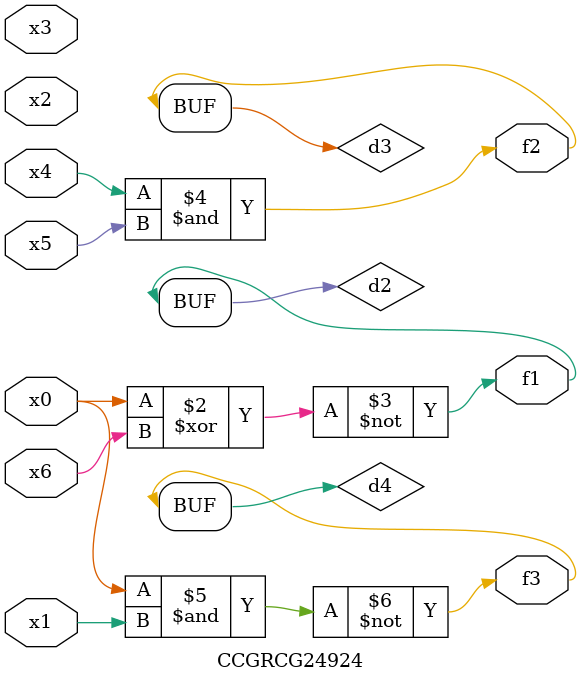
<source format=v>
module CCGRCG24924(
	input x0, x1, x2, x3, x4, x5, x6,
	output f1, f2, f3
);

	wire d1, d2, d3, d4;

	nor (d1, x0);
	xnor (d2, x0, x6);
	and (d3, x4, x5);
	nand (d4, x0, x1);
	assign f1 = d2;
	assign f2 = d3;
	assign f3 = d4;
endmodule

</source>
